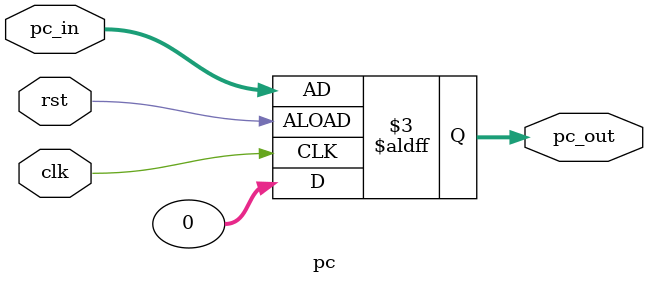
<source format=v>
`timescale 1ns / 1ps

module pc(clk,rst,pc_in,pc_out);
    input clk;
    input rst;
    input [31:0] pc_in;
    output reg [31:0] pc_out;
    
    initial begin
        pc_out=32'h00000000;
    end
    
    always @ (posedge clk or negedge rst) begin
        if(rst) pc_out<=32'h00000000; //¸ßµçÆ½ÇåÁã
        else begin
            pc_out<=pc_in;
        end
    end
    
endmodule

</source>
